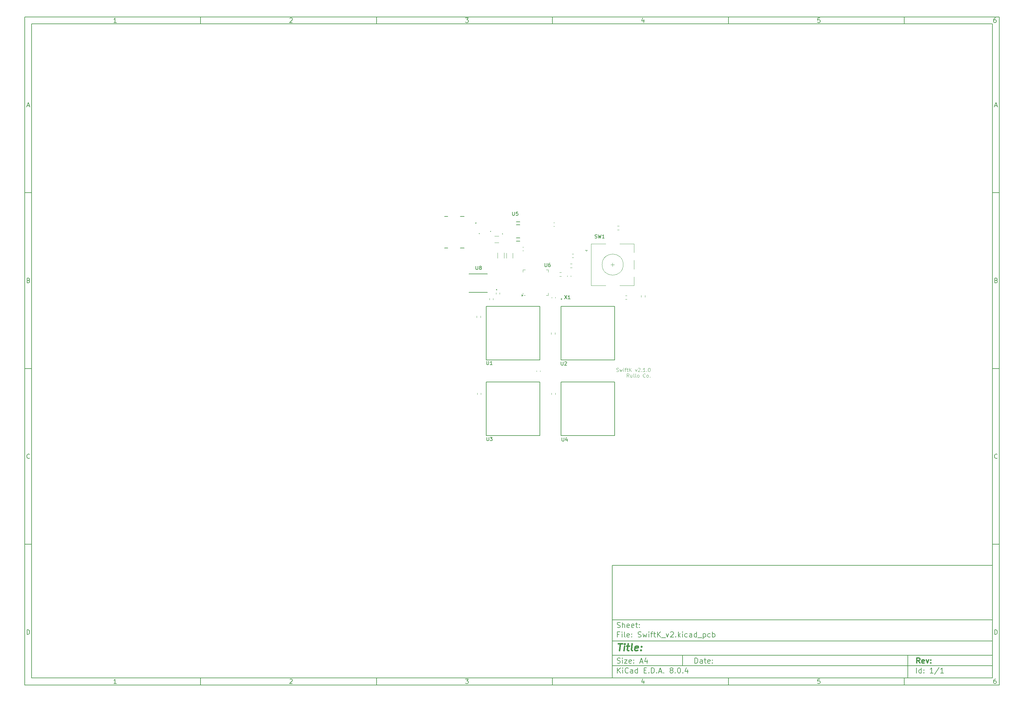
<source format=gbr>
%TF.GenerationSoftware,KiCad,Pcbnew,8.0.4*%
%TF.CreationDate,2024-11-11T17:23:57+08:00*%
%TF.ProjectId,SwiftK_v2,53776966-744b-45f7-9632-2e6b69636164,rev?*%
%TF.SameCoordinates,Original*%
%TF.FileFunction,Legend,Top*%
%TF.FilePolarity,Positive*%
%FSLAX46Y46*%
G04 Gerber Fmt 4.6, Leading zero omitted, Abs format (unit mm)*
G04 Created by KiCad (PCBNEW 8.0.4) date 2024-11-11 17:23:57*
%MOMM*%
%LPD*%
G01*
G04 APERTURE LIST*
%ADD10C,0.100000*%
%ADD11C,0.150000*%
%ADD12C,0.300000*%
%ADD13C,0.400000*%
%ADD14C,0.120000*%
%ADD15C,0.127000*%
%ADD16C,0.152400*%
%ADD17C,0.200000*%
G04 APERTURE END LIST*
D10*
D11*
X177002200Y-166007200D02*
X285002200Y-166007200D01*
X285002200Y-198007200D01*
X177002200Y-198007200D01*
X177002200Y-166007200D01*
D10*
D11*
X10000000Y-10000000D02*
X287002200Y-10000000D01*
X287002200Y-200007200D01*
X10000000Y-200007200D01*
X10000000Y-10000000D01*
D10*
D11*
X12000000Y-12000000D02*
X285002200Y-12000000D01*
X285002200Y-198007200D01*
X12000000Y-198007200D01*
X12000000Y-12000000D01*
D10*
D11*
X60000000Y-12000000D02*
X60000000Y-10000000D01*
D10*
D11*
X110000000Y-12000000D02*
X110000000Y-10000000D01*
D10*
D11*
X160000000Y-12000000D02*
X160000000Y-10000000D01*
D10*
D11*
X210000000Y-12000000D02*
X210000000Y-10000000D01*
D10*
D11*
X260000000Y-12000000D02*
X260000000Y-10000000D01*
D10*
D11*
X36089160Y-11593604D02*
X35346303Y-11593604D01*
X35717731Y-11593604D02*
X35717731Y-10293604D01*
X35717731Y-10293604D02*
X35593922Y-10479319D01*
X35593922Y-10479319D02*
X35470112Y-10603128D01*
X35470112Y-10603128D02*
X35346303Y-10665033D01*
D10*
D11*
X85346303Y-10417414D02*
X85408207Y-10355509D01*
X85408207Y-10355509D02*
X85532017Y-10293604D01*
X85532017Y-10293604D02*
X85841541Y-10293604D01*
X85841541Y-10293604D02*
X85965350Y-10355509D01*
X85965350Y-10355509D02*
X86027255Y-10417414D01*
X86027255Y-10417414D02*
X86089160Y-10541223D01*
X86089160Y-10541223D02*
X86089160Y-10665033D01*
X86089160Y-10665033D02*
X86027255Y-10850747D01*
X86027255Y-10850747D02*
X85284398Y-11593604D01*
X85284398Y-11593604D02*
X86089160Y-11593604D01*
D10*
D11*
X135284398Y-10293604D02*
X136089160Y-10293604D01*
X136089160Y-10293604D02*
X135655826Y-10788842D01*
X135655826Y-10788842D02*
X135841541Y-10788842D01*
X135841541Y-10788842D02*
X135965350Y-10850747D01*
X135965350Y-10850747D02*
X136027255Y-10912652D01*
X136027255Y-10912652D02*
X136089160Y-11036461D01*
X136089160Y-11036461D02*
X136089160Y-11345985D01*
X136089160Y-11345985D02*
X136027255Y-11469795D01*
X136027255Y-11469795D02*
X135965350Y-11531700D01*
X135965350Y-11531700D02*
X135841541Y-11593604D01*
X135841541Y-11593604D02*
X135470112Y-11593604D01*
X135470112Y-11593604D02*
X135346303Y-11531700D01*
X135346303Y-11531700D02*
X135284398Y-11469795D01*
D10*
D11*
X185965350Y-10726938D02*
X185965350Y-11593604D01*
X185655826Y-10231700D02*
X185346303Y-11160271D01*
X185346303Y-11160271D02*
X186151064Y-11160271D01*
D10*
D11*
X236027255Y-10293604D02*
X235408207Y-10293604D01*
X235408207Y-10293604D02*
X235346303Y-10912652D01*
X235346303Y-10912652D02*
X235408207Y-10850747D01*
X235408207Y-10850747D02*
X235532017Y-10788842D01*
X235532017Y-10788842D02*
X235841541Y-10788842D01*
X235841541Y-10788842D02*
X235965350Y-10850747D01*
X235965350Y-10850747D02*
X236027255Y-10912652D01*
X236027255Y-10912652D02*
X236089160Y-11036461D01*
X236089160Y-11036461D02*
X236089160Y-11345985D01*
X236089160Y-11345985D02*
X236027255Y-11469795D01*
X236027255Y-11469795D02*
X235965350Y-11531700D01*
X235965350Y-11531700D02*
X235841541Y-11593604D01*
X235841541Y-11593604D02*
X235532017Y-11593604D01*
X235532017Y-11593604D02*
X235408207Y-11531700D01*
X235408207Y-11531700D02*
X235346303Y-11469795D01*
D10*
D11*
X285965350Y-10293604D02*
X285717731Y-10293604D01*
X285717731Y-10293604D02*
X285593922Y-10355509D01*
X285593922Y-10355509D02*
X285532017Y-10417414D01*
X285532017Y-10417414D02*
X285408207Y-10603128D01*
X285408207Y-10603128D02*
X285346303Y-10850747D01*
X285346303Y-10850747D02*
X285346303Y-11345985D01*
X285346303Y-11345985D02*
X285408207Y-11469795D01*
X285408207Y-11469795D02*
X285470112Y-11531700D01*
X285470112Y-11531700D02*
X285593922Y-11593604D01*
X285593922Y-11593604D02*
X285841541Y-11593604D01*
X285841541Y-11593604D02*
X285965350Y-11531700D01*
X285965350Y-11531700D02*
X286027255Y-11469795D01*
X286027255Y-11469795D02*
X286089160Y-11345985D01*
X286089160Y-11345985D02*
X286089160Y-11036461D01*
X286089160Y-11036461D02*
X286027255Y-10912652D01*
X286027255Y-10912652D02*
X285965350Y-10850747D01*
X285965350Y-10850747D02*
X285841541Y-10788842D01*
X285841541Y-10788842D02*
X285593922Y-10788842D01*
X285593922Y-10788842D02*
X285470112Y-10850747D01*
X285470112Y-10850747D02*
X285408207Y-10912652D01*
X285408207Y-10912652D02*
X285346303Y-11036461D01*
D10*
D11*
X60000000Y-198007200D02*
X60000000Y-200007200D01*
D10*
D11*
X110000000Y-198007200D02*
X110000000Y-200007200D01*
D10*
D11*
X160000000Y-198007200D02*
X160000000Y-200007200D01*
D10*
D11*
X210000000Y-198007200D02*
X210000000Y-200007200D01*
D10*
D11*
X260000000Y-198007200D02*
X260000000Y-200007200D01*
D10*
D11*
X36089160Y-199600804D02*
X35346303Y-199600804D01*
X35717731Y-199600804D02*
X35717731Y-198300804D01*
X35717731Y-198300804D02*
X35593922Y-198486519D01*
X35593922Y-198486519D02*
X35470112Y-198610328D01*
X35470112Y-198610328D02*
X35346303Y-198672233D01*
D10*
D11*
X85346303Y-198424614D02*
X85408207Y-198362709D01*
X85408207Y-198362709D02*
X85532017Y-198300804D01*
X85532017Y-198300804D02*
X85841541Y-198300804D01*
X85841541Y-198300804D02*
X85965350Y-198362709D01*
X85965350Y-198362709D02*
X86027255Y-198424614D01*
X86027255Y-198424614D02*
X86089160Y-198548423D01*
X86089160Y-198548423D02*
X86089160Y-198672233D01*
X86089160Y-198672233D02*
X86027255Y-198857947D01*
X86027255Y-198857947D02*
X85284398Y-199600804D01*
X85284398Y-199600804D02*
X86089160Y-199600804D01*
D10*
D11*
X135284398Y-198300804D02*
X136089160Y-198300804D01*
X136089160Y-198300804D02*
X135655826Y-198796042D01*
X135655826Y-198796042D02*
X135841541Y-198796042D01*
X135841541Y-198796042D02*
X135965350Y-198857947D01*
X135965350Y-198857947D02*
X136027255Y-198919852D01*
X136027255Y-198919852D02*
X136089160Y-199043661D01*
X136089160Y-199043661D02*
X136089160Y-199353185D01*
X136089160Y-199353185D02*
X136027255Y-199476995D01*
X136027255Y-199476995D02*
X135965350Y-199538900D01*
X135965350Y-199538900D02*
X135841541Y-199600804D01*
X135841541Y-199600804D02*
X135470112Y-199600804D01*
X135470112Y-199600804D02*
X135346303Y-199538900D01*
X135346303Y-199538900D02*
X135284398Y-199476995D01*
D10*
D11*
X185965350Y-198734138D02*
X185965350Y-199600804D01*
X185655826Y-198238900D02*
X185346303Y-199167471D01*
X185346303Y-199167471D02*
X186151064Y-199167471D01*
D10*
D11*
X236027255Y-198300804D02*
X235408207Y-198300804D01*
X235408207Y-198300804D02*
X235346303Y-198919852D01*
X235346303Y-198919852D02*
X235408207Y-198857947D01*
X235408207Y-198857947D02*
X235532017Y-198796042D01*
X235532017Y-198796042D02*
X235841541Y-198796042D01*
X235841541Y-198796042D02*
X235965350Y-198857947D01*
X235965350Y-198857947D02*
X236027255Y-198919852D01*
X236027255Y-198919852D02*
X236089160Y-199043661D01*
X236089160Y-199043661D02*
X236089160Y-199353185D01*
X236089160Y-199353185D02*
X236027255Y-199476995D01*
X236027255Y-199476995D02*
X235965350Y-199538900D01*
X235965350Y-199538900D02*
X235841541Y-199600804D01*
X235841541Y-199600804D02*
X235532017Y-199600804D01*
X235532017Y-199600804D02*
X235408207Y-199538900D01*
X235408207Y-199538900D02*
X235346303Y-199476995D01*
D10*
D11*
X285965350Y-198300804D02*
X285717731Y-198300804D01*
X285717731Y-198300804D02*
X285593922Y-198362709D01*
X285593922Y-198362709D02*
X285532017Y-198424614D01*
X285532017Y-198424614D02*
X285408207Y-198610328D01*
X285408207Y-198610328D02*
X285346303Y-198857947D01*
X285346303Y-198857947D02*
X285346303Y-199353185D01*
X285346303Y-199353185D02*
X285408207Y-199476995D01*
X285408207Y-199476995D02*
X285470112Y-199538900D01*
X285470112Y-199538900D02*
X285593922Y-199600804D01*
X285593922Y-199600804D02*
X285841541Y-199600804D01*
X285841541Y-199600804D02*
X285965350Y-199538900D01*
X285965350Y-199538900D02*
X286027255Y-199476995D01*
X286027255Y-199476995D02*
X286089160Y-199353185D01*
X286089160Y-199353185D02*
X286089160Y-199043661D01*
X286089160Y-199043661D02*
X286027255Y-198919852D01*
X286027255Y-198919852D02*
X285965350Y-198857947D01*
X285965350Y-198857947D02*
X285841541Y-198796042D01*
X285841541Y-198796042D02*
X285593922Y-198796042D01*
X285593922Y-198796042D02*
X285470112Y-198857947D01*
X285470112Y-198857947D02*
X285408207Y-198919852D01*
X285408207Y-198919852D02*
X285346303Y-199043661D01*
D10*
D11*
X10000000Y-60000000D02*
X12000000Y-60000000D01*
D10*
D11*
X10000000Y-110000000D02*
X12000000Y-110000000D01*
D10*
D11*
X10000000Y-160000000D02*
X12000000Y-160000000D01*
D10*
D11*
X10690476Y-35222176D02*
X11309523Y-35222176D01*
X10566666Y-35593604D02*
X10999999Y-34293604D01*
X10999999Y-34293604D02*
X11433333Y-35593604D01*
D10*
D11*
X11092857Y-84912652D02*
X11278571Y-84974557D01*
X11278571Y-84974557D02*
X11340476Y-85036461D01*
X11340476Y-85036461D02*
X11402380Y-85160271D01*
X11402380Y-85160271D02*
X11402380Y-85345985D01*
X11402380Y-85345985D02*
X11340476Y-85469795D01*
X11340476Y-85469795D02*
X11278571Y-85531700D01*
X11278571Y-85531700D02*
X11154761Y-85593604D01*
X11154761Y-85593604D02*
X10659523Y-85593604D01*
X10659523Y-85593604D02*
X10659523Y-84293604D01*
X10659523Y-84293604D02*
X11092857Y-84293604D01*
X11092857Y-84293604D02*
X11216666Y-84355509D01*
X11216666Y-84355509D02*
X11278571Y-84417414D01*
X11278571Y-84417414D02*
X11340476Y-84541223D01*
X11340476Y-84541223D02*
X11340476Y-84665033D01*
X11340476Y-84665033D02*
X11278571Y-84788842D01*
X11278571Y-84788842D02*
X11216666Y-84850747D01*
X11216666Y-84850747D02*
X11092857Y-84912652D01*
X11092857Y-84912652D02*
X10659523Y-84912652D01*
D10*
D11*
X11402380Y-135469795D02*
X11340476Y-135531700D01*
X11340476Y-135531700D02*
X11154761Y-135593604D01*
X11154761Y-135593604D02*
X11030952Y-135593604D01*
X11030952Y-135593604D02*
X10845238Y-135531700D01*
X10845238Y-135531700D02*
X10721428Y-135407890D01*
X10721428Y-135407890D02*
X10659523Y-135284080D01*
X10659523Y-135284080D02*
X10597619Y-135036461D01*
X10597619Y-135036461D02*
X10597619Y-134850747D01*
X10597619Y-134850747D02*
X10659523Y-134603128D01*
X10659523Y-134603128D02*
X10721428Y-134479319D01*
X10721428Y-134479319D02*
X10845238Y-134355509D01*
X10845238Y-134355509D02*
X11030952Y-134293604D01*
X11030952Y-134293604D02*
X11154761Y-134293604D01*
X11154761Y-134293604D02*
X11340476Y-134355509D01*
X11340476Y-134355509D02*
X11402380Y-134417414D01*
D10*
D11*
X10659523Y-185593604D02*
X10659523Y-184293604D01*
X10659523Y-184293604D02*
X10969047Y-184293604D01*
X10969047Y-184293604D02*
X11154761Y-184355509D01*
X11154761Y-184355509D02*
X11278571Y-184479319D01*
X11278571Y-184479319D02*
X11340476Y-184603128D01*
X11340476Y-184603128D02*
X11402380Y-184850747D01*
X11402380Y-184850747D02*
X11402380Y-185036461D01*
X11402380Y-185036461D02*
X11340476Y-185284080D01*
X11340476Y-185284080D02*
X11278571Y-185407890D01*
X11278571Y-185407890D02*
X11154761Y-185531700D01*
X11154761Y-185531700D02*
X10969047Y-185593604D01*
X10969047Y-185593604D02*
X10659523Y-185593604D01*
D10*
D11*
X287002200Y-60000000D02*
X285002200Y-60000000D01*
D10*
D11*
X287002200Y-110000000D02*
X285002200Y-110000000D01*
D10*
D11*
X287002200Y-160000000D02*
X285002200Y-160000000D01*
D10*
D11*
X285692676Y-35222176D02*
X286311723Y-35222176D01*
X285568866Y-35593604D02*
X286002199Y-34293604D01*
X286002199Y-34293604D02*
X286435533Y-35593604D01*
D10*
D11*
X286095057Y-84912652D02*
X286280771Y-84974557D01*
X286280771Y-84974557D02*
X286342676Y-85036461D01*
X286342676Y-85036461D02*
X286404580Y-85160271D01*
X286404580Y-85160271D02*
X286404580Y-85345985D01*
X286404580Y-85345985D02*
X286342676Y-85469795D01*
X286342676Y-85469795D02*
X286280771Y-85531700D01*
X286280771Y-85531700D02*
X286156961Y-85593604D01*
X286156961Y-85593604D02*
X285661723Y-85593604D01*
X285661723Y-85593604D02*
X285661723Y-84293604D01*
X285661723Y-84293604D02*
X286095057Y-84293604D01*
X286095057Y-84293604D02*
X286218866Y-84355509D01*
X286218866Y-84355509D02*
X286280771Y-84417414D01*
X286280771Y-84417414D02*
X286342676Y-84541223D01*
X286342676Y-84541223D02*
X286342676Y-84665033D01*
X286342676Y-84665033D02*
X286280771Y-84788842D01*
X286280771Y-84788842D02*
X286218866Y-84850747D01*
X286218866Y-84850747D02*
X286095057Y-84912652D01*
X286095057Y-84912652D02*
X285661723Y-84912652D01*
D10*
D11*
X286404580Y-135469795D02*
X286342676Y-135531700D01*
X286342676Y-135531700D02*
X286156961Y-135593604D01*
X286156961Y-135593604D02*
X286033152Y-135593604D01*
X286033152Y-135593604D02*
X285847438Y-135531700D01*
X285847438Y-135531700D02*
X285723628Y-135407890D01*
X285723628Y-135407890D02*
X285661723Y-135284080D01*
X285661723Y-135284080D02*
X285599819Y-135036461D01*
X285599819Y-135036461D02*
X285599819Y-134850747D01*
X285599819Y-134850747D02*
X285661723Y-134603128D01*
X285661723Y-134603128D02*
X285723628Y-134479319D01*
X285723628Y-134479319D02*
X285847438Y-134355509D01*
X285847438Y-134355509D02*
X286033152Y-134293604D01*
X286033152Y-134293604D02*
X286156961Y-134293604D01*
X286156961Y-134293604D02*
X286342676Y-134355509D01*
X286342676Y-134355509D02*
X286404580Y-134417414D01*
D10*
D11*
X285661723Y-185593604D02*
X285661723Y-184293604D01*
X285661723Y-184293604D02*
X285971247Y-184293604D01*
X285971247Y-184293604D02*
X286156961Y-184355509D01*
X286156961Y-184355509D02*
X286280771Y-184479319D01*
X286280771Y-184479319D02*
X286342676Y-184603128D01*
X286342676Y-184603128D02*
X286404580Y-184850747D01*
X286404580Y-184850747D02*
X286404580Y-185036461D01*
X286404580Y-185036461D02*
X286342676Y-185284080D01*
X286342676Y-185284080D02*
X286280771Y-185407890D01*
X286280771Y-185407890D02*
X286156961Y-185531700D01*
X286156961Y-185531700D02*
X285971247Y-185593604D01*
X285971247Y-185593604D02*
X285661723Y-185593604D01*
D10*
D11*
X200458026Y-193793328D02*
X200458026Y-192293328D01*
X200458026Y-192293328D02*
X200815169Y-192293328D01*
X200815169Y-192293328D02*
X201029455Y-192364757D01*
X201029455Y-192364757D02*
X201172312Y-192507614D01*
X201172312Y-192507614D02*
X201243741Y-192650471D01*
X201243741Y-192650471D02*
X201315169Y-192936185D01*
X201315169Y-192936185D02*
X201315169Y-193150471D01*
X201315169Y-193150471D02*
X201243741Y-193436185D01*
X201243741Y-193436185D02*
X201172312Y-193579042D01*
X201172312Y-193579042D02*
X201029455Y-193721900D01*
X201029455Y-193721900D02*
X200815169Y-193793328D01*
X200815169Y-193793328D02*
X200458026Y-193793328D01*
X202600884Y-193793328D02*
X202600884Y-193007614D01*
X202600884Y-193007614D02*
X202529455Y-192864757D01*
X202529455Y-192864757D02*
X202386598Y-192793328D01*
X202386598Y-192793328D02*
X202100884Y-192793328D01*
X202100884Y-192793328D02*
X201958026Y-192864757D01*
X202600884Y-193721900D02*
X202458026Y-193793328D01*
X202458026Y-193793328D02*
X202100884Y-193793328D01*
X202100884Y-193793328D02*
X201958026Y-193721900D01*
X201958026Y-193721900D02*
X201886598Y-193579042D01*
X201886598Y-193579042D02*
X201886598Y-193436185D01*
X201886598Y-193436185D02*
X201958026Y-193293328D01*
X201958026Y-193293328D02*
X202100884Y-193221900D01*
X202100884Y-193221900D02*
X202458026Y-193221900D01*
X202458026Y-193221900D02*
X202600884Y-193150471D01*
X203100884Y-192793328D02*
X203672312Y-192793328D01*
X203315169Y-192293328D02*
X203315169Y-193579042D01*
X203315169Y-193579042D02*
X203386598Y-193721900D01*
X203386598Y-193721900D02*
X203529455Y-193793328D01*
X203529455Y-193793328D02*
X203672312Y-193793328D01*
X204743741Y-193721900D02*
X204600884Y-193793328D01*
X204600884Y-193793328D02*
X204315170Y-193793328D01*
X204315170Y-193793328D02*
X204172312Y-193721900D01*
X204172312Y-193721900D02*
X204100884Y-193579042D01*
X204100884Y-193579042D02*
X204100884Y-193007614D01*
X204100884Y-193007614D02*
X204172312Y-192864757D01*
X204172312Y-192864757D02*
X204315170Y-192793328D01*
X204315170Y-192793328D02*
X204600884Y-192793328D01*
X204600884Y-192793328D02*
X204743741Y-192864757D01*
X204743741Y-192864757D02*
X204815170Y-193007614D01*
X204815170Y-193007614D02*
X204815170Y-193150471D01*
X204815170Y-193150471D02*
X204100884Y-193293328D01*
X205458026Y-193650471D02*
X205529455Y-193721900D01*
X205529455Y-193721900D02*
X205458026Y-193793328D01*
X205458026Y-193793328D02*
X205386598Y-193721900D01*
X205386598Y-193721900D02*
X205458026Y-193650471D01*
X205458026Y-193650471D02*
X205458026Y-193793328D01*
X205458026Y-192864757D02*
X205529455Y-192936185D01*
X205529455Y-192936185D02*
X205458026Y-193007614D01*
X205458026Y-193007614D02*
X205386598Y-192936185D01*
X205386598Y-192936185D02*
X205458026Y-192864757D01*
X205458026Y-192864757D02*
X205458026Y-193007614D01*
D10*
D11*
X177002200Y-194507200D02*
X285002200Y-194507200D01*
D10*
D11*
X178458026Y-196593328D02*
X178458026Y-195093328D01*
X179315169Y-196593328D02*
X178672312Y-195736185D01*
X179315169Y-195093328D02*
X178458026Y-195950471D01*
X179958026Y-196593328D02*
X179958026Y-195593328D01*
X179958026Y-195093328D02*
X179886598Y-195164757D01*
X179886598Y-195164757D02*
X179958026Y-195236185D01*
X179958026Y-195236185D02*
X180029455Y-195164757D01*
X180029455Y-195164757D02*
X179958026Y-195093328D01*
X179958026Y-195093328D02*
X179958026Y-195236185D01*
X181529455Y-196450471D02*
X181458027Y-196521900D01*
X181458027Y-196521900D02*
X181243741Y-196593328D01*
X181243741Y-196593328D02*
X181100884Y-196593328D01*
X181100884Y-196593328D02*
X180886598Y-196521900D01*
X180886598Y-196521900D02*
X180743741Y-196379042D01*
X180743741Y-196379042D02*
X180672312Y-196236185D01*
X180672312Y-196236185D02*
X180600884Y-195950471D01*
X180600884Y-195950471D02*
X180600884Y-195736185D01*
X180600884Y-195736185D02*
X180672312Y-195450471D01*
X180672312Y-195450471D02*
X180743741Y-195307614D01*
X180743741Y-195307614D02*
X180886598Y-195164757D01*
X180886598Y-195164757D02*
X181100884Y-195093328D01*
X181100884Y-195093328D02*
X181243741Y-195093328D01*
X181243741Y-195093328D02*
X181458027Y-195164757D01*
X181458027Y-195164757D02*
X181529455Y-195236185D01*
X182815170Y-196593328D02*
X182815170Y-195807614D01*
X182815170Y-195807614D02*
X182743741Y-195664757D01*
X182743741Y-195664757D02*
X182600884Y-195593328D01*
X182600884Y-195593328D02*
X182315170Y-195593328D01*
X182315170Y-195593328D02*
X182172312Y-195664757D01*
X182815170Y-196521900D02*
X182672312Y-196593328D01*
X182672312Y-196593328D02*
X182315170Y-196593328D01*
X182315170Y-196593328D02*
X182172312Y-196521900D01*
X182172312Y-196521900D02*
X182100884Y-196379042D01*
X182100884Y-196379042D02*
X182100884Y-196236185D01*
X182100884Y-196236185D02*
X182172312Y-196093328D01*
X182172312Y-196093328D02*
X182315170Y-196021900D01*
X182315170Y-196021900D02*
X182672312Y-196021900D01*
X182672312Y-196021900D02*
X182815170Y-195950471D01*
X184172313Y-196593328D02*
X184172313Y-195093328D01*
X184172313Y-196521900D02*
X184029455Y-196593328D01*
X184029455Y-196593328D02*
X183743741Y-196593328D01*
X183743741Y-196593328D02*
X183600884Y-196521900D01*
X183600884Y-196521900D02*
X183529455Y-196450471D01*
X183529455Y-196450471D02*
X183458027Y-196307614D01*
X183458027Y-196307614D02*
X183458027Y-195879042D01*
X183458027Y-195879042D02*
X183529455Y-195736185D01*
X183529455Y-195736185D02*
X183600884Y-195664757D01*
X183600884Y-195664757D02*
X183743741Y-195593328D01*
X183743741Y-195593328D02*
X184029455Y-195593328D01*
X184029455Y-195593328D02*
X184172313Y-195664757D01*
X186029455Y-195807614D02*
X186529455Y-195807614D01*
X186743741Y-196593328D02*
X186029455Y-196593328D01*
X186029455Y-196593328D02*
X186029455Y-195093328D01*
X186029455Y-195093328D02*
X186743741Y-195093328D01*
X187386598Y-196450471D02*
X187458027Y-196521900D01*
X187458027Y-196521900D02*
X187386598Y-196593328D01*
X187386598Y-196593328D02*
X187315170Y-196521900D01*
X187315170Y-196521900D02*
X187386598Y-196450471D01*
X187386598Y-196450471D02*
X187386598Y-196593328D01*
X188100884Y-196593328D02*
X188100884Y-195093328D01*
X188100884Y-195093328D02*
X188458027Y-195093328D01*
X188458027Y-195093328D02*
X188672313Y-195164757D01*
X188672313Y-195164757D02*
X188815170Y-195307614D01*
X188815170Y-195307614D02*
X188886599Y-195450471D01*
X188886599Y-195450471D02*
X188958027Y-195736185D01*
X188958027Y-195736185D02*
X188958027Y-195950471D01*
X188958027Y-195950471D02*
X188886599Y-196236185D01*
X188886599Y-196236185D02*
X188815170Y-196379042D01*
X188815170Y-196379042D02*
X188672313Y-196521900D01*
X188672313Y-196521900D02*
X188458027Y-196593328D01*
X188458027Y-196593328D02*
X188100884Y-196593328D01*
X189600884Y-196450471D02*
X189672313Y-196521900D01*
X189672313Y-196521900D02*
X189600884Y-196593328D01*
X189600884Y-196593328D02*
X189529456Y-196521900D01*
X189529456Y-196521900D02*
X189600884Y-196450471D01*
X189600884Y-196450471D02*
X189600884Y-196593328D01*
X190243742Y-196164757D02*
X190958028Y-196164757D01*
X190100885Y-196593328D02*
X190600885Y-195093328D01*
X190600885Y-195093328D02*
X191100885Y-196593328D01*
X191600884Y-196450471D02*
X191672313Y-196521900D01*
X191672313Y-196521900D02*
X191600884Y-196593328D01*
X191600884Y-196593328D02*
X191529456Y-196521900D01*
X191529456Y-196521900D02*
X191600884Y-196450471D01*
X191600884Y-196450471D02*
X191600884Y-196593328D01*
X193672313Y-195736185D02*
X193529456Y-195664757D01*
X193529456Y-195664757D02*
X193458027Y-195593328D01*
X193458027Y-195593328D02*
X193386599Y-195450471D01*
X193386599Y-195450471D02*
X193386599Y-195379042D01*
X193386599Y-195379042D02*
X193458027Y-195236185D01*
X193458027Y-195236185D02*
X193529456Y-195164757D01*
X193529456Y-195164757D02*
X193672313Y-195093328D01*
X193672313Y-195093328D02*
X193958027Y-195093328D01*
X193958027Y-195093328D02*
X194100885Y-195164757D01*
X194100885Y-195164757D02*
X194172313Y-195236185D01*
X194172313Y-195236185D02*
X194243742Y-195379042D01*
X194243742Y-195379042D02*
X194243742Y-195450471D01*
X194243742Y-195450471D02*
X194172313Y-195593328D01*
X194172313Y-195593328D02*
X194100885Y-195664757D01*
X194100885Y-195664757D02*
X193958027Y-195736185D01*
X193958027Y-195736185D02*
X193672313Y-195736185D01*
X193672313Y-195736185D02*
X193529456Y-195807614D01*
X193529456Y-195807614D02*
X193458027Y-195879042D01*
X193458027Y-195879042D02*
X193386599Y-196021900D01*
X193386599Y-196021900D02*
X193386599Y-196307614D01*
X193386599Y-196307614D02*
X193458027Y-196450471D01*
X193458027Y-196450471D02*
X193529456Y-196521900D01*
X193529456Y-196521900D02*
X193672313Y-196593328D01*
X193672313Y-196593328D02*
X193958027Y-196593328D01*
X193958027Y-196593328D02*
X194100885Y-196521900D01*
X194100885Y-196521900D02*
X194172313Y-196450471D01*
X194172313Y-196450471D02*
X194243742Y-196307614D01*
X194243742Y-196307614D02*
X194243742Y-196021900D01*
X194243742Y-196021900D02*
X194172313Y-195879042D01*
X194172313Y-195879042D02*
X194100885Y-195807614D01*
X194100885Y-195807614D02*
X193958027Y-195736185D01*
X194886598Y-196450471D02*
X194958027Y-196521900D01*
X194958027Y-196521900D02*
X194886598Y-196593328D01*
X194886598Y-196593328D02*
X194815170Y-196521900D01*
X194815170Y-196521900D02*
X194886598Y-196450471D01*
X194886598Y-196450471D02*
X194886598Y-196593328D01*
X195886599Y-195093328D02*
X196029456Y-195093328D01*
X196029456Y-195093328D02*
X196172313Y-195164757D01*
X196172313Y-195164757D02*
X196243742Y-195236185D01*
X196243742Y-195236185D02*
X196315170Y-195379042D01*
X196315170Y-195379042D02*
X196386599Y-195664757D01*
X196386599Y-195664757D02*
X196386599Y-196021900D01*
X196386599Y-196021900D02*
X196315170Y-196307614D01*
X196315170Y-196307614D02*
X196243742Y-196450471D01*
X196243742Y-196450471D02*
X196172313Y-196521900D01*
X196172313Y-196521900D02*
X196029456Y-196593328D01*
X196029456Y-196593328D02*
X195886599Y-196593328D01*
X195886599Y-196593328D02*
X195743742Y-196521900D01*
X195743742Y-196521900D02*
X195672313Y-196450471D01*
X195672313Y-196450471D02*
X195600884Y-196307614D01*
X195600884Y-196307614D02*
X195529456Y-196021900D01*
X195529456Y-196021900D02*
X195529456Y-195664757D01*
X195529456Y-195664757D02*
X195600884Y-195379042D01*
X195600884Y-195379042D02*
X195672313Y-195236185D01*
X195672313Y-195236185D02*
X195743742Y-195164757D01*
X195743742Y-195164757D02*
X195886599Y-195093328D01*
X197029455Y-196450471D02*
X197100884Y-196521900D01*
X197100884Y-196521900D02*
X197029455Y-196593328D01*
X197029455Y-196593328D02*
X196958027Y-196521900D01*
X196958027Y-196521900D02*
X197029455Y-196450471D01*
X197029455Y-196450471D02*
X197029455Y-196593328D01*
X198386599Y-195593328D02*
X198386599Y-196593328D01*
X198029456Y-195021900D02*
X197672313Y-196093328D01*
X197672313Y-196093328D02*
X198600884Y-196093328D01*
D10*
D11*
X177002200Y-191507200D02*
X285002200Y-191507200D01*
D10*
D12*
X264413853Y-193785528D02*
X263913853Y-193071242D01*
X263556710Y-193785528D02*
X263556710Y-192285528D01*
X263556710Y-192285528D02*
X264128139Y-192285528D01*
X264128139Y-192285528D02*
X264270996Y-192356957D01*
X264270996Y-192356957D02*
X264342425Y-192428385D01*
X264342425Y-192428385D02*
X264413853Y-192571242D01*
X264413853Y-192571242D02*
X264413853Y-192785528D01*
X264413853Y-192785528D02*
X264342425Y-192928385D01*
X264342425Y-192928385D02*
X264270996Y-192999814D01*
X264270996Y-192999814D02*
X264128139Y-193071242D01*
X264128139Y-193071242D02*
X263556710Y-193071242D01*
X265628139Y-193714100D02*
X265485282Y-193785528D01*
X265485282Y-193785528D02*
X265199568Y-193785528D01*
X265199568Y-193785528D02*
X265056710Y-193714100D01*
X265056710Y-193714100D02*
X264985282Y-193571242D01*
X264985282Y-193571242D02*
X264985282Y-192999814D01*
X264985282Y-192999814D02*
X265056710Y-192856957D01*
X265056710Y-192856957D02*
X265199568Y-192785528D01*
X265199568Y-192785528D02*
X265485282Y-192785528D01*
X265485282Y-192785528D02*
X265628139Y-192856957D01*
X265628139Y-192856957D02*
X265699568Y-192999814D01*
X265699568Y-192999814D02*
X265699568Y-193142671D01*
X265699568Y-193142671D02*
X264985282Y-193285528D01*
X266199567Y-192785528D02*
X266556710Y-193785528D01*
X266556710Y-193785528D02*
X266913853Y-192785528D01*
X267485281Y-193642671D02*
X267556710Y-193714100D01*
X267556710Y-193714100D02*
X267485281Y-193785528D01*
X267485281Y-193785528D02*
X267413853Y-193714100D01*
X267413853Y-193714100D02*
X267485281Y-193642671D01*
X267485281Y-193642671D02*
X267485281Y-193785528D01*
X267485281Y-192856957D02*
X267556710Y-192928385D01*
X267556710Y-192928385D02*
X267485281Y-192999814D01*
X267485281Y-192999814D02*
X267413853Y-192928385D01*
X267413853Y-192928385D02*
X267485281Y-192856957D01*
X267485281Y-192856957D02*
X267485281Y-192999814D01*
D10*
D11*
X178386598Y-193721900D02*
X178600884Y-193793328D01*
X178600884Y-193793328D02*
X178958026Y-193793328D01*
X178958026Y-193793328D02*
X179100884Y-193721900D01*
X179100884Y-193721900D02*
X179172312Y-193650471D01*
X179172312Y-193650471D02*
X179243741Y-193507614D01*
X179243741Y-193507614D02*
X179243741Y-193364757D01*
X179243741Y-193364757D02*
X179172312Y-193221900D01*
X179172312Y-193221900D02*
X179100884Y-193150471D01*
X179100884Y-193150471D02*
X178958026Y-193079042D01*
X178958026Y-193079042D02*
X178672312Y-193007614D01*
X178672312Y-193007614D02*
X178529455Y-192936185D01*
X178529455Y-192936185D02*
X178458026Y-192864757D01*
X178458026Y-192864757D02*
X178386598Y-192721900D01*
X178386598Y-192721900D02*
X178386598Y-192579042D01*
X178386598Y-192579042D02*
X178458026Y-192436185D01*
X178458026Y-192436185D02*
X178529455Y-192364757D01*
X178529455Y-192364757D02*
X178672312Y-192293328D01*
X178672312Y-192293328D02*
X179029455Y-192293328D01*
X179029455Y-192293328D02*
X179243741Y-192364757D01*
X179886597Y-193793328D02*
X179886597Y-192793328D01*
X179886597Y-192293328D02*
X179815169Y-192364757D01*
X179815169Y-192364757D02*
X179886597Y-192436185D01*
X179886597Y-192436185D02*
X179958026Y-192364757D01*
X179958026Y-192364757D02*
X179886597Y-192293328D01*
X179886597Y-192293328D02*
X179886597Y-192436185D01*
X180458026Y-192793328D02*
X181243741Y-192793328D01*
X181243741Y-192793328D02*
X180458026Y-193793328D01*
X180458026Y-193793328D02*
X181243741Y-193793328D01*
X182386598Y-193721900D02*
X182243741Y-193793328D01*
X182243741Y-193793328D02*
X181958027Y-193793328D01*
X181958027Y-193793328D02*
X181815169Y-193721900D01*
X181815169Y-193721900D02*
X181743741Y-193579042D01*
X181743741Y-193579042D02*
X181743741Y-193007614D01*
X181743741Y-193007614D02*
X181815169Y-192864757D01*
X181815169Y-192864757D02*
X181958027Y-192793328D01*
X181958027Y-192793328D02*
X182243741Y-192793328D01*
X182243741Y-192793328D02*
X182386598Y-192864757D01*
X182386598Y-192864757D02*
X182458027Y-193007614D01*
X182458027Y-193007614D02*
X182458027Y-193150471D01*
X182458027Y-193150471D02*
X181743741Y-193293328D01*
X183100883Y-193650471D02*
X183172312Y-193721900D01*
X183172312Y-193721900D02*
X183100883Y-193793328D01*
X183100883Y-193793328D02*
X183029455Y-193721900D01*
X183029455Y-193721900D02*
X183100883Y-193650471D01*
X183100883Y-193650471D02*
X183100883Y-193793328D01*
X183100883Y-192864757D02*
X183172312Y-192936185D01*
X183172312Y-192936185D02*
X183100883Y-193007614D01*
X183100883Y-193007614D02*
X183029455Y-192936185D01*
X183029455Y-192936185D02*
X183100883Y-192864757D01*
X183100883Y-192864757D02*
X183100883Y-193007614D01*
X184886598Y-193364757D02*
X185600884Y-193364757D01*
X184743741Y-193793328D02*
X185243741Y-192293328D01*
X185243741Y-192293328D02*
X185743741Y-193793328D01*
X186886598Y-192793328D02*
X186886598Y-193793328D01*
X186529455Y-192221900D02*
X186172312Y-193293328D01*
X186172312Y-193293328D02*
X187100883Y-193293328D01*
D10*
D11*
X263458026Y-196593328D02*
X263458026Y-195093328D01*
X264815170Y-196593328D02*
X264815170Y-195093328D01*
X264815170Y-196521900D02*
X264672312Y-196593328D01*
X264672312Y-196593328D02*
X264386598Y-196593328D01*
X264386598Y-196593328D02*
X264243741Y-196521900D01*
X264243741Y-196521900D02*
X264172312Y-196450471D01*
X264172312Y-196450471D02*
X264100884Y-196307614D01*
X264100884Y-196307614D02*
X264100884Y-195879042D01*
X264100884Y-195879042D02*
X264172312Y-195736185D01*
X264172312Y-195736185D02*
X264243741Y-195664757D01*
X264243741Y-195664757D02*
X264386598Y-195593328D01*
X264386598Y-195593328D02*
X264672312Y-195593328D01*
X264672312Y-195593328D02*
X264815170Y-195664757D01*
X265529455Y-196450471D02*
X265600884Y-196521900D01*
X265600884Y-196521900D02*
X265529455Y-196593328D01*
X265529455Y-196593328D02*
X265458027Y-196521900D01*
X265458027Y-196521900D02*
X265529455Y-196450471D01*
X265529455Y-196450471D02*
X265529455Y-196593328D01*
X265529455Y-195664757D02*
X265600884Y-195736185D01*
X265600884Y-195736185D02*
X265529455Y-195807614D01*
X265529455Y-195807614D02*
X265458027Y-195736185D01*
X265458027Y-195736185D02*
X265529455Y-195664757D01*
X265529455Y-195664757D02*
X265529455Y-195807614D01*
X268172313Y-196593328D02*
X267315170Y-196593328D01*
X267743741Y-196593328D02*
X267743741Y-195093328D01*
X267743741Y-195093328D02*
X267600884Y-195307614D01*
X267600884Y-195307614D02*
X267458027Y-195450471D01*
X267458027Y-195450471D02*
X267315170Y-195521900D01*
X269886598Y-195021900D02*
X268600884Y-196950471D01*
X271172313Y-196593328D02*
X270315170Y-196593328D01*
X270743741Y-196593328D02*
X270743741Y-195093328D01*
X270743741Y-195093328D02*
X270600884Y-195307614D01*
X270600884Y-195307614D02*
X270458027Y-195450471D01*
X270458027Y-195450471D02*
X270315170Y-195521900D01*
D10*
D11*
X177002200Y-187507200D02*
X285002200Y-187507200D01*
D10*
D13*
X178693928Y-188211638D02*
X179836785Y-188211638D01*
X179015357Y-190211638D02*
X179265357Y-188211638D01*
X180253452Y-190211638D02*
X180420119Y-188878304D01*
X180503452Y-188211638D02*
X180396309Y-188306876D01*
X180396309Y-188306876D02*
X180479643Y-188402114D01*
X180479643Y-188402114D02*
X180586786Y-188306876D01*
X180586786Y-188306876D02*
X180503452Y-188211638D01*
X180503452Y-188211638D02*
X180479643Y-188402114D01*
X181086786Y-188878304D02*
X181848690Y-188878304D01*
X181455833Y-188211638D02*
X181241548Y-189925923D01*
X181241548Y-189925923D02*
X181312976Y-190116400D01*
X181312976Y-190116400D02*
X181491548Y-190211638D01*
X181491548Y-190211638D02*
X181682024Y-190211638D01*
X182634405Y-190211638D02*
X182455833Y-190116400D01*
X182455833Y-190116400D02*
X182384405Y-189925923D01*
X182384405Y-189925923D02*
X182598690Y-188211638D01*
X184170119Y-190116400D02*
X183967738Y-190211638D01*
X183967738Y-190211638D02*
X183586785Y-190211638D01*
X183586785Y-190211638D02*
X183408214Y-190116400D01*
X183408214Y-190116400D02*
X183336785Y-189925923D01*
X183336785Y-189925923D02*
X183432024Y-189164019D01*
X183432024Y-189164019D02*
X183551071Y-188973542D01*
X183551071Y-188973542D02*
X183753452Y-188878304D01*
X183753452Y-188878304D02*
X184134404Y-188878304D01*
X184134404Y-188878304D02*
X184312976Y-188973542D01*
X184312976Y-188973542D02*
X184384404Y-189164019D01*
X184384404Y-189164019D02*
X184360595Y-189354495D01*
X184360595Y-189354495D02*
X183384404Y-189544971D01*
X185134405Y-190021161D02*
X185217738Y-190116400D01*
X185217738Y-190116400D02*
X185110595Y-190211638D01*
X185110595Y-190211638D02*
X185027262Y-190116400D01*
X185027262Y-190116400D02*
X185134405Y-190021161D01*
X185134405Y-190021161D02*
X185110595Y-190211638D01*
X185265357Y-188973542D02*
X185348690Y-189068780D01*
X185348690Y-189068780D02*
X185241548Y-189164019D01*
X185241548Y-189164019D02*
X185158214Y-189068780D01*
X185158214Y-189068780D02*
X185265357Y-188973542D01*
X185265357Y-188973542D02*
X185241548Y-189164019D01*
D10*
D11*
X178958026Y-185607614D02*
X178458026Y-185607614D01*
X178458026Y-186393328D02*
X178458026Y-184893328D01*
X178458026Y-184893328D02*
X179172312Y-184893328D01*
X179743740Y-186393328D02*
X179743740Y-185393328D01*
X179743740Y-184893328D02*
X179672312Y-184964757D01*
X179672312Y-184964757D02*
X179743740Y-185036185D01*
X179743740Y-185036185D02*
X179815169Y-184964757D01*
X179815169Y-184964757D02*
X179743740Y-184893328D01*
X179743740Y-184893328D02*
X179743740Y-185036185D01*
X180672312Y-186393328D02*
X180529455Y-186321900D01*
X180529455Y-186321900D02*
X180458026Y-186179042D01*
X180458026Y-186179042D02*
X180458026Y-184893328D01*
X181815169Y-186321900D02*
X181672312Y-186393328D01*
X181672312Y-186393328D02*
X181386598Y-186393328D01*
X181386598Y-186393328D02*
X181243740Y-186321900D01*
X181243740Y-186321900D02*
X181172312Y-186179042D01*
X181172312Y-186179042D02*
X181172312Y-185607614D01*
X181172312Y-185607614D02*
X181243740Y-185464757D01*
X181243740Y-185464757D02*
X181386598Y-185393328D01*
X181386598Y-185393328D02*
X181672312Y-185393328D01*
X181672312Y-185393328D02*
X181815169Y-185464757D01*
X181815169Y-185464757D02*
X181886598Y-185607614D01*
X181886598Y-185607614D02*
X181886598Y-185750471D01*
X181886598Y-185750471D02*
X181172312Y-185893328D01*
X182529454Y-186250471D02*
X182600883Y-186321900D01*
X182600883Y-186321900D02*
X182529454Y-186393328D01*
X182529454Y-186393328D02*
X182458026Y-186321900D01*
X182458026Y-186321900D02*
X182529454Y-186250471D01*
X182529454Y-186250471D02*
X182529454Y-186393328D01*
X182529454Y-185464757D02*
X182600883Y-185536185D01*
X182600883Y-185536185D02*
X182529454Y-185607614D01*
X182529454Y-185607614D02*
X182458026Y-185536185D01*
X182458026Y-185536185D02*
X182529454Y-185464757D01*
X182529454Y-185464757D02*
X182529454Y-185607614D01*
X184315169Y-186321900D02*
X184529455Y-186393328D01*
X184529455Y-186393328D02*
X184886597Y-186393328D01*
X184886597Y-186393328D02*
X185029455Y-186321900D01*
X185029455Y-186321900D02*
X185100883Y-186250471D01*
X185100883Y-186250471D02*
X185172312Y-186107614D01*
X185172312Y-186107614D02*
X185172312Y-185964757D01*
X185172312Y-185964757D02*
X185100883Y-185821900D01*
X185100883Y-185821900D02*
X185029455Y-185750471D01*
X185029455Y-185750471D02*
X184886597Y-185679042D01*
X184886597Y-185679042D02*
X184600883Y-185607614D01*
X184600883Y-185607614D02*
X184458026Y-185536185D01*
X184458026Y-185536185D02*
X184386597Y-185464757D01*
X184386597Y-185464757D02*
X184315169Y-185321900D01*
X184315169Y-185321900D02*
X184315169Y-185179042D01*
X184315169Y-185179042D02*
X184386597Y-185036185D01*
X184386597Y-185036185D02*
X184458026Y-184964757D01*
X184458026Y-184964757D02*
X184600883Y-184893328D01*
X184600883Y-184893328D02*
X184958026Y-184893328D01*
X184958026Y-184893328D02*
X185172312Y-184964757D01*
X185672311Y-185393328D02*
X185958026Y-186393328D01*
X185958026Y-186393328D02*
X186243740Y-185679042D01*
X186243740Y-185679042D02*
X186529454Y-186393328D01*
X186529454Y-186393328D02*
X186815168Y-185393328D01*
X187386597Y-186393328D02*
X187386597Y-185393328D01*
X187386597Y-184893328D02*
X187315169Y-184964757D01*
X187315169Y-184964757D02*
X187386597Y-185036185D01*
X187386597Y-185036185D02*
X187458026Y-184964757D01*
X187458026Y-184964757D02*
X187386597Y-184893328D01*
X187386597Y-184893328D02*
X187386597Y-185036185D01*
X187886598Y-185393328D02*
X188458026Y-185393328D01*
X188100883Y-186393328D02*
X188100883Y-185107614D01*
X188100883Y-185107614D02*
X188172312Y-184964757D01*
X188172312Y-184964757D02*
X188315169Y-184893328D01*
X188315169Y-184893328D02*
X188458026Y-184893328D01*
X188743741Y-185393328D02*
X189315169Y-185393328D01*
X188958026Y-184893328D02*
X188958026Y-186179042D01*
X188958026Y-186179042D02*
X189029455Y-186321900D01*
X189029455Y-186321900D02*
X189172312Y-186393328D01*
X189172312Y-186393328D02*
X189315169Y-186393328D01*
X189815169Y-186393328D02*
X189815169Y-184893328D01*
X190672312Y-186393328D02*
X190029455Y-185536185D01*
X190672312Y-184893328D02*
X189815169Y-185750471D01*
X190958027Y-186536185D02*
X192100884Y-186536185D01*
X192315169Y-185393328D02*
X192672312Y-186393328D01*
X192672312Y-186393328D02*
X193029455Y-185393328D01*
X193529455Y-185036185D02*
X193600883Y-184964757D01*
X193600883Y-184964757D02*
X193743741Y-184893328D01*
X193743741Y-184893328D02*
X194100883Y-184893328D01*
X194100883Y-184893328D02*
X194243741Y-184964757D01*
X194243741Y-184964757D02*
X194315169Y-185036185D01*
X194315169Y-185036185D02*
X194386598Y-185179042D01*
X194386598Y-185179042D02*
X194386598Y-185321900D01*
X194386598Y-185321900D02*
X194315169Y-185536185D01*
X194315169Y-185536185D02*
X193458026Y-186393328D01*
X193458026Y-186393328D02*
X194386598Y-186393328D01*
X195029454Y-186250471D02*
X195100883Y-186321900D01*
X195100883Y-186321900D02*
X195029454Y-186393328D01*
X195029454Y-186393328D02*
X194958026Y-186321900D01*
X194958026Y-186321900D02*
X195029454Y-186250471D01*
X195029454Y-186250471D02*
X195029454Y-186393328D01*
X195743740Y-186393328D02*
X195743740Y-184893328D01*
X195886598Y-185821900D02*
X196315169Y-186393328D01*
X196315169Y-185393328D02*
X195743740Y-185964757D01*
X196958026Y-186393328D02*
X196958026Y-185393328D01*
X196958026Y-184893328D02*
X196886598Y-184964757D01*
X196886598Y-184964757D02*
X196958026Y-185036185D01*
X196958026Y-185036185D02*
X197029455Y-184964757D01*
X197029455Y-184964757D02*
X196958026Y-184893328D01*
X196958026Y-184893328D02*
X196958026Y-185036185D01*
X198315170Y-186321900D02*
X198172312Y-186393328D01*
X198172312Y-186393328D02*
X197886598Y-186393328D01*
X197886598Y-186393328D02*
X197743741Y-186321900D01*
X197743741Y-186321900D02*
X197672312Y-186250471D01*
X197672312Y-186250471D02*
X197600884Y-186107614D01*
X197600884Y-186107614D02*
X197600884Y-185679042D01*
X197600884Y-185679042D02*
X197672312Y-185536185D01*
X197672312Y-185536185D02*
X197743741Y-185464757D01*
X197743741Y-185464757D02*
X197886598Y-185393328D01*
X197886598Y-185393328D02*
X198172312Y-185393328D01*
X198172312Y-185393328D02*
X198315170Y-185464757D01*
X199600884Y-186393328D02*
X199600884Y-185607614D01*
X199600884Y-185607614D02*
X199529455Y-185464757D01*
X199529455Y-185464757D02*
X199386598Y-185393328D01*
X199386598Y-185393328D02*
X199100884Y-185393328D01*
X199100884Y-185393328D02*
X198958026Y-185464757D01*
X199600884Y-186321900D02*
X199458026Y-186393328D01*
X199458026Y-186393328D02*
X199100884Y-186393328D01*
X199100884Y-186393328D02*
X198958026Y-186321900D01*
X198958026Y-186321900D02*
X198886598Y-186179042D01*
X198886598Y-186179042D02*
X198886598Y-186036185D01*
X198886598Y-186036185D02*
X198958026Y-185893328D01*
X198958026Y-185893328D02*
X199100884Y-185821900D01*
X199100884Y-185821900D02*
X199458026Y-185821900D01*
X199458026Y-185821900D02*
X199600884Y-185750471D01*
X200958027Y-186393328D02*
X200958027Y-184893328D01*
X200958027Y-186321900D02*
X200815169Y-186393328D01*
X200815169Y-186393328D02*
X200529455Y-186393328D01*
X200529455Y-186393328D02*
X200386598Y-186321900D01*
X200386598Y-186321900D02*
X200315169Y-186250471D01*
X200315169Y-186250471D02*
X200243741Y-186107614D01*
X200243741Y-186107614D02*
X200243741Y-185679042D01*
X200243741Y-185679042D02*
X200315169Y-185536185D01*
X200315169Y-185536185D02*
X200386598Y-185464757D01*
X200386598Y-185464757D02*
X200529455Y-185393328D01*
X200529455Y-185393328D02*
X200815169Y-185393328D01*
X200815169Y-185393328D02*
X200958027Y-185464757D01*
X201315170Y-186536185D02*
X202458027Y-186536185D01*
X202815169Y-185393328D02*
X202815169Y-186893328D01*
X202815169Y-185464757D02*
X202958027Y-185393328D01*
X202958027Y-185393328D02*
X203243741Y-185393328D01*
X203243741Y-185393328D02*
X203386598Y-185464757D01*
X203386598Y-185464757D02*
X203458027Y-185536185D01*
X203458027Y-185536185D02*
X203529455Y-185679042D01*
X203529455Y-185679042D02*
X203529455Y-186107614D01*
X203529455Y-186107614D02*
X203458027Y-186250471D01*
X203458027Y-186250471D02*
X203386598Y-186321900D01*
X203386598Y-186321900D02*
X203243741Y-186393328D01*
X203243741Y-186393328D02*
X202958027Y-186393328D01*
X202958027Y-186393328D02*
X202815169Y-186321900D01*
X204815170Y-186321900D02*
X204672312Y-186393328D01*
X204672312Y-186393328D02*
X204386598Y-186393328D01*
X204386598Y-186393328D02*
X204243741Y-186321900D01*
X204243741Y-186321900D02*
X204172312Y-186250471D01*
X204172312Y-186250471D02*
X204100884Y-186107614D01*
X204100884Y-186107614D02*
X204100884Y-185679042D01*
X204100884Y-185679042D02*
X204172312Y-185536185D01*
X204172312Y-185536185D02*
X204243741Y-185464757D01*
X204243741Y-185464757D02*
X204386598Y-185393328D01*
X204386598Y-185393328D02*
X204672312Y-185393328D01*
X204672312Y-185393328D02*
X204815170Y-185464757D01*
X205458026Y-186393328D02*
X205458026Y-184893328D01*
X205458026Y-185464757D02*
X205600884Y-185393328D01*
X205600884Y-185393328D02*
X205886598Y-185393328D01*
X205886598Y-185393328D02*
X206029455Y-185464757D01*
X206029455Y-185464757D02*
X206100884Y-185536185D01*
X206100884Y-185536185D02*
X206172312Y-185679042D01*
X206172312Y-185679042D02*
X206172312Y-186107614D01*
X206172312Y-186107614D02*
X206100884Y-186250471D01*
X206100884Y-186250471D02*
X206029455Y-186321900D01*
X206029455Y-186321900D02*
X205886598Y-186393328D01*
X205886598Y-186393328D02*
X205600884Y-186393328D01*
X205600884Y-186393328D02*
X205458026Y-186321900D01*
D10*
D11*
X177002200Y-181507200D02*
X285002200Y-181507200D01*
D10*
D11*
X178386598Y-183621900D02*
X178600884Y-183693328D01*
X178600884Y-183693328D02*
X178958026Y-183693328D01*
X178958026Y-183693328D02*
X179100884Y-183621900D01*
X179100884Y-183621900D02*
X179172312Y-183550471D01*
X179172312Y-183550471D02*
X179243741Y-183407614D01*
X179243741Y-183407614D02*
X179243741Y-183264757D01*
X179243741Y-183264757D02*
X179172312Y-183121900D01*
X179172312Y-183121900D02*
X179100884Y-183050471D01*
X179100884Y-183050471D02*
X178958026Y-182979042D01*
X178958026Y-182979042D02*
X178672312Y-182907614D01*
X178672312Y-182907614D02*
X178529455Y-182836185D01*
X178529455Y-182836185D02*
X178458026Y-182764757D01*
X178458026Y-182764757D02*
X178386598Y-182621900D01*
X178386598Y-182621900D02*
X178386598Y-182479042D01*
X178386598Y-182479042D02*
X178458026Y-182336185D01*
X178458026Y-182336185D02*
X178529455Y-182264757D01*
X178529455Y-182264757D02*
X178672312Y-182193328D01*
X178672312Y-182193328D02*
X179029455Y-182193328D01*
X179029455Y-182193328D02*
X179243741Y-182264757D01*
X179886597Y-183693328D02*
X179886597Y-182193328D01*
X180529455Y-183693328D02*
X180529455Y-182907614D01*
X180529455Y-182907614D02*
X180458026Y-182764757D01*
X180458026Y-182764757D02*
X180315169Y-182693328D01*
X180315169Y-182693328D02*
X180100883Y-182693328D01*
X180100883Y-182693328D02*
X179958026Y-182764757D01*
X179958026Y-182764757D02*
X179886597Y-182836185D01*
X181815169Y-183621900D02*
X181672312Y-183693328D01*
X181672312Y-183693328D02*
X181386598Y-183693328D01*
X181386598Y-183693328D02*
X181243740Y-183621900D01*
X181243740Y-183621900D02*
X181172312Y-183479042D01*
X181172312Y-183479042D02*
X181172312Y-182907614D01*
X181172312Y-182907614D02*
X181243740Y-182764757D01*
X181243740Y-182764757D02*
X181386598Y-182693328D01*
X181386598Y-182693328D02*
X181672312Y-182693328D01*
X181672312Y-182693328D02*
X181815169Y-182764757D01*
X181815169Y-182764757D02*
X181886598Y-182907614D01*
X181886598Y-182907614D02*
X181886598Y-183050471D01*
X181886598Y-183050471D02*
X181172312Y-183193328D01*
X183100883Y-183621900D02*
X182958026Y-183693328D01*
X182958026Y-183693328D02*
X182672312Y-183693328D01*
X182672312Y-183693328D02*
X182529454Y-183621900D01*
X182529454Y-183621900D02*
X182458026Y-183479042D01*
X182458026Y-183479042D02*
X182458026Y-182907614D01*
X182458026Y-182907614D02*
X182529454Y-182764757D01*
X182529454Y-182764757D02*
X182672312Y-182693328D01*
X182672312Y-182693328D02*
X182958026Y-182693328D01*
X182958026Y-182693328D02*
X183100883Y-182764757D01*
X183100883Y-182764757D02*
X183172312Y-182907614D01*
X183172312Y-182907614D02*
X183172312Y-183050471D01*
X183172312Y-183050471D02*
X182458026Y-183193328D01*
X183600883Y-182693328D02*
X184172311Y-182693328D01*
X183815168Y-182193328D02*
X183815168Y-183479042D01*
X183815168Y-183479042D02*
X183886597Y-183621900D01*
X183886597Y-183621900D02*
X184029454Y-183693328D01*
X184029454Y-183693328D02*
X184172311Y-183693328D01*
X184672311Y-183550471D02*
X184743740Y-183621900D01*
X184743740Y-183621900D02*
X184672311Y-183693328D01*
X184672311Y-183693328D02*
X184600883Y-183621900D01*
X184600883Y-183621900D02*
X184672311Y-183550471D01*
X184672311Y-183550471D02*
X184672311Y-183693328D01*
X184672311Y-182764757D02*
X184743740Y-182836185D01*
X184743740Y-182836185D02*
X184672311Y-182907614D01*
X184672311Y-182907614D02*
X184600883Y-182836185D01*
X184600883Y-182836185D02*
X184672311Y-182764757D01*
X184672311Y-182764757D02*
X184672311Y-182907614D01*
D10*
D11*
X197002200Y-191507200D02*
X197002200Y-194507200D01*
D10*
D11*
X261002200Y-191507200D02*
X261002200Y-198007200D01*
D10*
X178172306Y-110814856D02*
X178315163Y-110862475D01*
X178315163Y-110862475D02*
X178553258Y-110862475D01*
X178553258Y-110862475D02*
X178648496Y-110814856D01*
X178648496Y-110814856D02*
X178696115Y-110767236D01*
X178696115Y-110767236D02*
X178743734Y-110671998D01*
X178743734Y-110671998D02*
X178743734Y-110576760D01*
X178743734Y-110576760D02*
X178696115Y-110481522D01*
X178696115Y-110481522D02*
X178648496Y-110433903D01*
X178648496Y-110433903D02*
X178553258Y-110386284D01*
X178553258Y-110386284D02*
X178362782Y-110338665D01*
X178362782Y-110338665D02*
X178267544Y-110291046D01*
X178267544Y-110291046D02*
X178219925Y-110243427D01*
X178219925Y-110243427D02*
X178172306Y-110148189D01*
X178172306Y-110148189D02*
X178172306Y-110052951D01*
X178172306Y-110052951D02*
X178219925Y-109957713D01*
X178219925Y-109957713D02*
X178267544Y-109910094D01*
X178267544Y-109910094D02*
X178362782Y-109862475D01*
X178362782Y-109862475D02*
X178600877Y-109862475D01*
X178600877Y-109862475D02*
X178743734Y-109910094D01*
X179077068Y-110195808D02*
X179267544Y-110862475D01*
X179267544Y-110862475D02*
X179458020Y-110386284D01*
X179458020Y-110386284D02*
X179648496Y-110862475D01*
X179648496Y-110862475D02*
X179838972Y-110195808D01*
X180219925Y-110862475D02*
X180219925Y-110195808D01*
X180219925Y-109862475D02*
X180172306Y-109910094D01*
X180172306Y-109910094D02*
X180219925Y-109957713D01*
X180219925Y-109957713D02*
X180267544Y-109910094D01*
X180267544Y-109910094D02*
X180219925Y-109862475D01*
X180219925Y-109862475D02*
X180219925Y-109957713D01*
X180553258Y-110195808D02*
X180934210Y-110195808D01*
X180696115Y-110862475D02*
X180696115Y-110005332D01*
X180696115Y-110005332D02*
X180743734Y-109910094D01*
X180743734Y-109910094D02*
X180838972Y-109862475D01*
X180838972Y-109862475D02*
X180934210Y-109862475D01*
X181124687Y-110195808D02*
X181505639Y-110195808D01*
X181267544Y-109862475D02*
X181267544Y-110719617D01*
X181267544Y-110719617D02*
X181315163Y-110814856D01*
X181315163Y-110814856D02*
X181410401Y-110862475D01*
X181410401Y-110862475D02*
X181505639Y-110862475D01*
X181838973Y-110862475D02*
X181838973Y-109862475D01*
X182410401Y-110862475D02*
X181981830Y-110291046D01*
X182410401Y-109862475D02*
X181838973Y-110433903D01*
X183505640Y-110195808D02*
X183743735Y-110862475D01*
X183743735Y-110862475D02*
X183981830Y-110195808D01*
X184315164Y-109957713D02*
X184362783Y-109910094D01*
X184362783Y-109910094D02*
X184458021Y-109862475D01*
X184458021Y-109862475D02*
X184696116Y-109862475D01*
X184696116Y-109862475D02*
X184791354Y-109910094D01*
X184791354Y-109910094D02*
X184838973Y-109957713D01*
X184838973Y-109957713D02*
X184886592Y-110052951D01*
X184886592Y-110052951D02*
X184886592Y-110148189D01*
X184886592Y-110148189D02*
X184838973Y-110291046D01*
X184838973Y-110291046D02*
X184267545Y-110862475D01*
X184267545Y-110862475D02*
X184886592Y-110862475D01*
X185315164Y-110767236D02*
X185362783Y-110814856D01*
X185362783Y-110814856D02*
X185315164Y-110862475D01*
X185315164Y-110862475D02*
X185267545Y-110814856D01*
X185267545Y-110814856D02*
X185315164Y-110767236D01*
X185315164Y-110767236D02*
X185315164Y-110862475D01*
X186315163Y-110862475D02*
X185743735Y-110862475D01*
X186029449Y-110862475D02*
X186029449Y-109862475D01*
X186029449Y-109862475D02*
X185934211Y-110005332D01*
X185934211Y-110005332D02*
X185838973Y-110100570D01*
X185838973Y-110100570D02*
X185743735Y-110148189D01*
X186743735Y-110767236D02*
X186791354Y-110814856D01*
X186791354Y-110814856D02*
X186743735Y-110862475D01*
X186743735Y-110862475D02*
X186696116Y-110814856D01*
X186696116Y-110814856D02*
X186743735Y-110767236D01*
X186743735Y-110767236D02*
X186743735Y-110862475D01*
X187410401Y-109862475D02*
X187505639Y-109862475D01*
X187505639Y-109862475D02*
X187600877Y-109910094D01*
X187600877Y-109910094D02*
X187648496Y-109957713D01*
X187648496Y-109957713D02*
X187696115Y-110052951D01*
X187696115Y-110052951D02*
X187743734Y-110243427D01*
X187743734Y-110243427D02*
X187743734Y-110481522D01*
X187743734Y-110481522D02*
X187696115Y-110671998D01*
X187696115Y-110671998D02*
X187648496Y-110767236D01*
X187648496Y-110767236D02*
X187600877Y-110814856D01*
X187600877Y-110814856D02*
X187505639Y-110862475D01*
X187505639Y-110862475D02*
X187410401Y-110862475D01*
X187410401Y-110862475D02*
X187315163Y-110814856D01*
X187315163Y-110814856D02*
X187267544Y-110767236D01*
X187267544Y-110767236D02*
X187219925Y-110671998D01*
X187219925Y-110671998D02*
X187172306Y-110481522D01*
X187172306Y-110481522D02*
X187172306Y-110243427D01*
X187172306Y-110243427D02*
X187219925Y-110052951D01*
X187219925Y-110052951D02*
X187267544Y-109957713D01*
X187267544Y-109957713D02*
X187315163Y-109910094D01*
X187315163Y-109910094D02*
X187410401Y-109862475D01*
X181743733Y-112472419D02*
X181410400Y-111996228D01*
X181172305Y-112472419D02*
X181172305Y-111472419D01*
X181172305Y-111472419D02*
X181553257Y-111472419D01*
X181553257Y-111472419D02*
X181648495Y-111520038D01*
X181648495Y-111520038D02*
X181696114Y-111567657D01*
X181696114Y-111567657D02*
X181743733Y-111662895D01*
X181743733Y-111662895D02*
X181743733Y-111805752D01*
X181743733Y-111805752D02*
X181696114Y-111900990D01*
X181696114Y-111900990D02*
X181648495Y-111948609D01*
X181648495Y-111948609D02*
X181553257Y-111996228D01*
X181553257Y-111996228D02*
X181172305Y-111996228D01*
X182600876Y-111805752D02*
X182600876Y-112472419D01*
X182172305Y-111805752D02*
X182172305Y-112329561D01*
X182172305Y-112329561D02*
X182219924Y-112424800D01*
X182219924Y-112424800D02*
X182315162Y-112472419D01*
X182315162Y-112472419D02*
X182458019Y-112472419D01*
X182458019Y-112472419D02*
X182553257Y-112424800D01*
X182553257Y-112424800D02*
X182600876Y-112377180D01*
X183219924Y-112472419D02*
X183124686Y-112424800D01*
X183124686Y-112424800D02*
X183077067Y-112329561D01*
X183077067Y-112329561D02*
X183077067Y-111472419D01*
X183743734Y-112472419D02*
X183648496Y-112424800D01*
X183648496Y-112424800D02*
X183600877Y-112329561D01*
X183600877Y-112329561D02*
X183600877Y-111472419D01*
X184267544Y-112472419D02*
X184172306Y-112424800D01*
X184172306Y-112424800D02*
X184124687Y-112377180D01*
X184124687Y-112377180D02*
X184077068Y-112281942D01*
X184077068Y-112281942D02*
X184077068Y-111996228D01*
X184077068Y-111996228D02*
X184124687Y-111900990D01*
X184124687Y-111900990D02*
X184172306Y-111853371D01*
X184172306Y-111853371D02*
X184267544Y-111805752D01*
X184267544Y-111805752D02*
X184410401Y-111805752D01*
X184410401Y-111805752D02*
X184505639Y-111853371D01*
X184505639Y-111853371D02*
X184553258Y-111900990D01*
X184553258Y-111900990D02*
X184600877Y-111996228D01*
X184600877Y-111996228D02*
X184600877Y-112281942D01*
X184600877Y-112281942D02*
X184553258Y-112377180D01*
X184553258Y-112377180D02*
X184505639Y-112424800D01*
X184505639Y-112424800D02*
X184410401Y-112472419D01*
X184410401Y-112472419D02*
X184267544Y-112472419D01*
X186362782Y-112377180D02*
X186315163Y-112424800D01*
X186315163Y-112424800D02*
X186172306Y-112472419D01*
X186172306Y-112472419D02*
X186077068Y-112472419D01*
X186077068Y-112472419D02*
X185934211Y-112424800D01*
X185934211Y-112424800D02*
X185838973Y-112329561D01*
X185838973Y-112329561D02*
X185791354Y-112234323D01*
X185791354Y-112234323D02*
X185743735Y-112043847D01*
X185743735Y-112043847D02*
X185743735Y-111900990D01*
X185743735Y-111900990D02*
X185791354Y-111710514D01*
X185791354Y-111710514D02*
X185838973Y-111615276D01*
X185838973Y-111615276D02*
X185934211Y-111520038D01*
X185934211Y-111520038D02*
X186077068Y-111472419D01*
X186077068Y-111472419D02*
X186172306Y-111472419D01*
X186172306Y-111472419D02*
X186315163Y-111520038D01*
X186315163Y-111520038D02*
X186362782Y-111567657D01*
X186934211Y-112472419D02*
X186838973Y-112424800D01*
X186838973Y-112424800D02*
X186791354Y-112377180D01*
X186791354Y-112377180D02*
X186743735Y-112281942D01*
X186743735Y-112281942D02*
X186743735Y-111996228D01*
X186743735Y-111996228D02*
X186791354Y-111900990D01*
X186791354Y-111900990D02*
X186838973Y-111853371D01*
X186838973Y-111853371D02*
X186934211Y-111805752D01*
X186934211Y-111805752D02*
X187077068Y-111805752D01*
X187077068Y-111805752D02*
X187172306Y-111853371D01*
X187172306Y-111853371D02*
X187219925Y-111900990D01*
X187219925Y-111900990D02*
X187267544Y-111996228D01*
X187267544Y-111996228D02*
X187267544Y-112281942D01*
X187267544Y-112281942D02*
X187219925Y-112377180D01*
X187219925Y-112377180D02*
X187172306Y-112424800D01*
X187172306Y-112424800D02*
X187077068Y-112472419D01*
X187077068Y-112472419D02*
X186934211Y-112472419D01*
X187696116Y-112377180D02*
X187743735Y-112424800D01*
X187743735Y-112424800D02*
X187696116Y-112472419D01*
X187696116Y-112472419D02*
X187648497Y-112424800D01*
X187648497Y-112424800D02*
X187696116Y-112377180D01*
X187696116Y-112377180D02*
X187696116Y-112472419D01*
D11*
X141328095Y-129529819D02*
X141328095Y-130339342D01*
X141328095Y-130339342D02*
X141375714Y-130434580D01*
X141375714Y-130434580D02*
X141423333Y-130482200D01*
X141423333Y-130482200D02*
X141518571Y-130529819D01*
X141518571Y-130529819D02*
X141709047Y-130529819D01*
X141709047Y-130529819D02*
X141804285Y-130482200D01*
X141804285Y-130482200D02*
X141851904Y-130434580D01*
X141851904Y-130434580D02*
X141899523Y-130339342D01*
X141899523Y-130339342D02*
X141899523Y-129529819D01*
X142280476Y-129529819D02*
X142899523Y-129529819D01*
X142899523Y-129529819D02*
X142566190Y-129910771D01*
X142566190Y-129910771D02*
X142709047Y-129910771D01*
X142709047Y-129910771D02*
X142804285Y-129958390D01*
X142804285Y-129958390D02*
X142851904Y-130006009D01*
X142851904Y-130006009D02*
X142899523Y-130101247D01*
X142899523Y-130101247D02*
X142899523Y-130339342D01*
X142899523Y-130339342D02*
X142851904Y-130434580D01*
X142851904Y-130434580D02*
X142804285Y-130482200D01*
X142804285Y-130482200D02*
X142709047Y-130529819D01*
X142709047Y-130529819D02*
X142423333Y-130529819D01*
X142423333Y-130529819D02*
X142328095Y-130482200D01*
X142328095Y-130482200D02*
X142280476Y-130434580D01*
X157838095Y-80054819D02*
X157838095Y-80864342D01*
X157838095Y-80864342D02*
X157885714Y-80959580D01*
X157885714Y-80959580D02*
X157933333Y-81007200D01*
X157933333Y-81007200D02*
X158028571Y-81054819D01*
X158028571Y-81054819D02*
X158219047Y-81054819D01*
X158219047Y-81054819D02*
X158314285Y-81007200D01*
X158314285Y-81007200D02*
X158361904Y-80959580D01*
X158361904Y-80959580D02*
X158409523Y-80864342D01*
X158409523Y-80864342D02*
X158409523Y-80054819D01*
X159314285Y-80054819D02*
X159123809Y-80054819D01*
X159123809Y-80054819D02*
X159028571Y-80102438D01*
X159028571Y-80102438D02*
X158980952Y-80150057D01*
X158980952Y-80150057D02*
X158885714Y-80292914D01*
X158885714Y-80292914D02*
X158838095Y-80483390D01*
X158838095Y-80483390D02*
X158838095Y-80864342D01*
X158838095Y-80864342D02*
X158885714Y-80959580D01*
X158885714Y-80959580D02*
X158933333Y-81007200D01*
X158933333Y-81007200D02*
X159028571Y-81054819D01*
X159028571Y-81054819D02*
X159219047Y-81054819D01*
X159219047Y-81054819D02*
X159314285Y-81007200D01*
X159314285Y-81007200D02*
X159361904Y-80959580D01*
X159361904Y-80959580D02*
X159409523Y-80864342D01*
X159409523Y-80864342D02*
X159409523Y-80626247D01*
X159409523Y-80626247D02*
X159361904Y-80531009D01*
X159361904Y-80531009D02*
X159314285Y-80483390D01*
X159314285Y-80483390D02*
X159219047Y-80435771D01*
X159219047Y-80435771D02*
X159028571Y-80435771D01*
X159028571Y-80435771D02*
X158933333Y-80483390D01*
X158933333Y-80483390D02*
X158885714Y-80531009D01*
X158885714Y-80531009D02*
X158838095Y-80626247D01*
X162453095Y-108054819D02*
X162453095Y-108864342D01*
X162453095Y-108864342D02*
X162500714Y-108959580D01*
X162500714Y-108959580D02*
X162548333Y-109007200D01*
X162548333Y-109007200D02*
X162643571Y-109054819D01*
X162643571Y-109054819D02*
X162834047Y-109054819D01*
X162834047Y-109054819D02*
X162929285Y-109007200D01*
X162929285Y-109007200D02*
X162976904Y-108959580D01*
X162976904Y-108959580D02*
X163024523Y-108864342D01*
X163024523Y-108864342D02*
X163024523Y-108054819D01*
X163453095Y-108150057D02*
X163500714Y-108102438D01*
X163500714Y-108102438D02*
X163595952Y-108054819D01*
X163595952Y-108054819D02*
X163834047Y-108054819D01*
X163834047Y-108054819D02*
X163929285Y-108102438D01*
X163929285Y-108102438D02*
X163976904Y-108150057D01*
X163976904Y-108150057D02*
X164024523Y-108245295D01*
X164024523Y-108245295D02*
X164024523Y-108340533D01*
X164024523Y-108340533D02*
X163976904Y-108483390D01*
X163976904Y-108483390D02*
X163405476Y-109054819D01*
X163405476Y-109054819D02*
X164024523Y-109054819D01*
X138238095Y-80854819D02*
X138238095Y-81664342D01*
X138238095Y-81664342D02*
X138285714Y-81759580D01*
X138285714Y-81759580D02*
X138333333Y-81807200D01*
X138333333Y-81807200D02*
X138428571Y-81854819D01*
X138428571Y-81854819D02*
X138619047Y-81854819D01*
X138619047Y-81854819D02*
X138714285Y-81807200D01*
X138714285Y-81807200D02*
X138761904Y-81759580D01*
X138761904Y-81759580D02*
X138809523Y-81664342D01*
X138809523Y-81664342D02*
X138809523Y-80854819D01*
X139428571Y-81283390D02*
X139333333Y-81235771D01*
X139333333Y-81235771D02*
X139285714Y-81188152D01*
X139285714Y-81188152D02*
X139238095Y-81092914D01*
X139238095Y-81092914D02*
X139238095Y-81045295D01*
X139238095Y-81045295D02*
X139285714Y-80950057D01*
X139285714Y-80950057D02*
X139333333Y-80902438D01*
X139333333Y-80902438D02*
X139428571Y-80854819D01*
X139428571Y-80854819D02*
X139619047Y-80854819D01*
X139619047Y-80854819D02*
X139714285Y-80902438D01*
X139714285Y-80902438D02*
X139761904Y-80950057D01*
X139761904Y-80950057D02*
X139809523Y-81045295D01*
X139809523Y-81045295D02*
X139809523Y-81092914D01*
X139809523Y-81092914D02*
X139761904Y-81188152D01*
X139761904Y-81188152D02*
X139714285Y-81235771D01*
X139714285Y-81235771D02*
X139619047Y-81283390D01*
X139619047Y-81283390D02*
X139428571Y-81283390D01*
X139428571Y-81283390D02*
X139333333Y-81331009D01*
X139333333Y-81331009D02*
X139285714Y-81378628D01*
X139285714Y-81378628D02*
X139238095Y-81473866D01*
X139238095Y-81473866D02*
X139238095Y-81664342D01*
X139238095Y-81664342D02*
X139285714Y-81759580D01*
X139285714Y-81759580D02*
X139333333Y-81807200D01*
X139333333Y-81807200D02*
X139428571Y-81854819D01*
X139428571Y-81854819D02*
X139619047Y-81854819D01*
X139619047Y-81854819D02*
X139714285Y-81807200D01*
X139714285Y-81807200D02*
X139761904Y-81759580D01*
X139761904Y-81759580D02*
X139809523Y-81664342D01*
X139809523Y-81664342D02*
X139809523Y-81473866D01*
X139809523Y-81473866D02*
X139761904Y-81378628D01*
X139761904Y-81378628D02*
X139714285Y-81331009D01*
X139714285Y-81331009D02*
X139619047Y-81283390D01*
X163440476Y-89204819D02*
X164107142Y-90204819D01*
X164107142Y-89204819D02*
X163440476Y-90204819D01*
X165011904Y-90204819D02*
X164440476Y-90204819D01*
X164726190Y-90204819D02*
X164726190Y-89204819D01*
X164726190Y-89204819D02*
X164630952Y-89347676D01*
X164630952Y-89347676D02*
X164535714Y-89442914D01*
X164535714Y-89442914D02*
X164440476Y-89490533D01*
X148638095Y-65454819D02*
X148638095Y-66264342D01*
X148638095Y-66264342D02*
X148685714Y-66359580D01*
X148685714Y-66359580D02*
X148733333Y-66407200D01*
X148733333Y-66407200D02*
X148828571Y-66454819D01*
X148828571Y-66454819D02*
X149019047Y-66454819D01*
X149019047Y-66454819D02*
X149114285Y-66407200D01*
X149114285Y-66407200D02*
X149161904Y-66359580D01*
X149161904Y-66359580D02*
X149209523Y-66264342D01*
X149209523Y-66264342D02*
X149209523Y-65454819D01*
X150161904Y-65454819D02*
X149685714Y-65454819D01*
X149685714Y-65454819D02*
X149638095Y-65931009D01*
X149638095Y-65931009D02*
X149685714Y-65883390D01*
X149685714Y-65883390D02*
X149780952Y-65835771D01*
X149780952Y-65835771D02*
X150019047Y-65835771D01*
X150019047Y-65835771D02*
X150114285Y-65883390D01*
X150114285Y-65883390D02*
X150161904Y-65931009D01*
X150161904Y-65931009D02*
X150209523Y-66026247D01*
X150209523Y-66026247D02*
X150209523Y-66264342D01*
X150209523Y-66264342D02*
X150161904Y-66359580D01*
X150161904Y-66359580D02*
X150114285Y-66407200D01*
X150114285Y-66407200D02*
X150019047Y-66454819D01*
X150019047Y-66454819D02*
X149780952Y-66454819D01*
X149780952Y-66454819D02*
X149685714Y-66407200D01*
X149685714Y-66407200D02*
X149638095Y-66359580D01*
X172066667Y-72857200D02*
X172209524Y-72904819D01*
X172209524Y-72904819D02*
X172447619Y-72904819D01*
X172447619Y-72904819D02*
X172542857Y-72857200D01*
X172542857Y-72857200D02*
X172590476Y-72809580D01*
X172590476Y-72809580D02*
X172638095Y-72714342D01*
X172638095Y-72714342D02*
X172638095Y-72619104D01*
X172638095Y-72619104D02*
X172590476Y-72523866D01*
X172590476Y-72523866D02*
X172542857Y-72476247D01*
X172542857Y-72476247D02*
X172447619Y-72428628D01*
X172447619Y-72428628D02*
X172257143Y-72381009D01*
X172257143Y-72381009D02*
X172161905Y-72333390D01*
X172161905Y-72333390D02*
X172114286Y-72285771D01*
X172114286Y-72285771D02*
X172066667Y-72190533D01*
X172066667Y-72190533D02*
X172066667Y-72095295D01*
X172066667Y-72095295D02*
X172114286Y-72000057D01*
X172114286Y-72000057D02*
X172161905Y-71952438D01*
X172161905Y-71952438D02*
X172257143Y-71904819D01*
X172257143Y-71904819D02*
X172495238Y-71904819D01*
X172495238Y-71904819D02*
X172638095Y-71952438D01*
X172971429Y-71904819D02*
X173209524Y-72904819D01*
X173209524Y-72904819D02*
X173400000Y-72190533D01*
X173400000Y-72190533D02*
X173590476Y-72904819D01*
X173590476Y-72904819D02*
X173828572Y-71904819D01*
X174733333Y-72904819D02*
X174161905Y-72904819D01*
X174447619Y-72904819D02*
X174447619Y-71904819D01*
X174447619Y-71904819D02*
X174352381Y-72047676D01*
X174352381Y-72047676D02*
X174257143Y-72142914D01*
X174257143Y-72142914D02*
X174161905Y-72190533D01*
X141303095Y-107904819D02*
X141303095Y-108714342D01*
X141303095Y-108714342D02*
X141350714Y-108809580D01*
X141350714Y-108809580D02*
X141398333Y-108857200D01*
X141398333Y-108857200D02*
X141493571Y-108904819D01*
X141493571Y-108904819D02*
X141684047Y-108904819D01*
X141684047Y-108904819D02*
X141779285Y-108857200D01*
X141779285Y-108857200D02*
X141826904Y-108809580D01*
X141826904Y-108809580D02*
X141874523Y-108714342D01*
X141874523Y-108714342D02*
X141874523Y-107904819D01*
X142874523Y-108904819D02*
X142303095Y-108904819D01*
X142588809Y-108904819D02*
X142588809Y-107904819D01*
X142588809Y-107904819D02*
X142493571Y-108047676D01*
X142493571Y-108047676D02*
X142398333Y-108142914D01*
X142398333Y-108142914D02*
X142303095Y-108190533D01*
X162703095Y-129654819D02*
X162703095Y-130464342D01*
X162703095Y-130464342D02*
X162750714Y-130559580D01*
X162750714Y-130559580D02*
X162798333Y-130607200D01*
X162798333Y-130607200D02*
X162893571Y-130654819D01*
X162893571Y-130654819D02*
X163084047Y-130654819D01*
X163084047Y-130654819D02*
X163179285Y-130607200D01*
X163179285Y-130607200D02*
X163226904Y-130559580D01*
X163226904Y-130559580D02*
X163274523Y-130464342D01*
X163274523Y-130464342D02*
X163274523Y-129654819D01*
X164179285Y-129988152D02*
X164179285Y-130654819D01*
X163941190Y-129607200D02*
X163703095Y-130321485D01*
X163703095Y-130321485D02*
X164322142Y-130321485D01*
D14*
%TO.C,C9*%
X160284420Y-68490000D02*
X160565580Y-68490000D01*
X160284420Y-69510000D02*
X160565580Y-69510000D01*
%TO.C,R10*%
X165562258Y-80227500D02*
X165087742Y-80227500D01*
X165562258Y-81272500D02*
X165087742Y-81272500D01*
D15*
%TO.C,U3*%
X141155000Y-113860000D02*
X156395000Y-113860000D01*
X141155000Y-129100000D02*
X141155000Y-113860000D01*
X156395000Y-113860000D02*
X156395000Y-129100000D01*
X156395000Y-129100000D02*
X141155000Y-129100000D01*
D16*
%TO.C,CR3*%
X142495400Y-71000000D02*
G75*
G02*
X142343000Y-71000000I-76200J0D01*
G01*
X142343000Y-71000000D02*
G75*
G02*
X142495400Y-71000000I76200J0D01*
G01*
D14*
%TO.C,U6*%
X151577500Y-81940000D02*
X152227500Y-81940000D01*
X151577500Y-82590000D02*
X151577500Y-81940000D01*
X151577500Y-88510000D02*
X151577500Y-88860000D01*
X152227500Y-89160000D02*
X151817500Y-89160000D01*
X158797500Y-81940000D02*
X158147500Y-81940000D01*
X158797500Y-82590000D02*
X158797500Y-81940000D01*
X158797500Y-88510000D02*
X158797500Y-89160000D01*
X158797500Y-89160000D02*
X158147500Y-89160000D01*
X151577500Y-89160000D02*
X151247500Y-89400000D01*
X151247500Y-88920000D01*
X151577500Y-89160000D01*
G36*
X151577500Y-89160000D02*
G01*
X151247500Y-89400000D01*
X151247500Y-88920000D01*
X151577500Y-89160000D01*
G37*
%TO.C,R20*%
X142077500Y-90462258D02*
X142077500Y-89987742D01*
X143122500Y-90462258D02*
X143122500Y-89987742D01*
%TO.C,C8*%
X151765580Y-75490000D02*
X151484420Y-75490000D01*
X151765580Y-76510000D02*
X151484420Y-76510000D01*
%TO.C,R19*%
X143977500Y-88862258D02*
X143977500Y-88387742D01*
X145022500Y-88862258D02*
X145022500Y-88387742D01*
%TO.C,R14*%
X185227500Y-89212742D02*
X185227500Y-89687258D01*
X186272500Y-89212742D02*
X186272500Y-89687258D01*
D16*
%TO.C,CR1*%
X145876200Y-71719200D02*
G75*
G02*
X145723800Y-71719200I-76200J0D01*
G01*
X145723800Y-71719200D02*
G75*
G02*
X145876200Y-71719200I76200J0D01*
G01*
D14*
%TO.C,R9*%
X166012258Y-77377500D02*
X165537742Y-77377500D01*
X166012258Y-78422500D02*
X165537742Y-78422500D01*
D15*
%TO.C,U2*%
X162405000Y-92320000D02*
X177645000Y-92320000D01*
X162405000Y-107560000D02*
X162405000Y-92320000D01*
X177645000Y-92320000D02*
X177645000Y-107560000D01*
X177645000Y-107560000D02*
X162405000Y-107560000D01*
D16*
%TO.C,CR2*%
X139276200Y-71625200D02*
G75*
G02*
X139123800Y-71625200I-76200J0D01*
G01*
X139123800Y-71625200D02*
G75*
G02*
X139276200Y-71625200I76200J0D01*
G01*
D14*
%TO.C,R6*%
X138477500Y-95512258D02*
X138477500Y-95037742D01*
X139522500Y-95512258D02*
X139522500Y-95037742D01*
D15*
%TO.C,U8*%
X141535000Y-83055000D02*
X136255000Y-83055000D01*
X141535000Y-88335000D02*
X136255000Y-88335000D01*
D17*
X144210000Y-87600000D02*
G75*
G02*
X144010000Y-87600000I-100000J0D01*
G01*
X144010000Y-87600000D02*
G75*
G02*
X144210000Y-87600000I100000J0D01*
G01*
D16*
%TO.C,X1*%
X162677000Y-90201601D02*
G75*
G02*
X162423000Y-90201601I-127000J0D01*
G01*
X162423000Y-90201601D02*
G75*
G02*
X162677000Y-90201601I127000J0D01*
G01*
D14*
%TO.C,R17*%
X146890000Y-77135436D02*
X146890000Y-78589564D01*
X148710000Y-77135436D02*
X148710000Y-78589564D01*
%TO.C,R11*%
X178437742Y-69477500D02*
X178912258Y-69477500D01*
X178437742Y-70522500D02*
X178912258Y-70522500D01*
D16*
%TO.C,U5*%
X150700160Y-68265500D02*
X149686700Y-68265500D01*
X150700160Y-69154500D02*
X149686700Y-69154500D01*
X150700160Y-72845500D02*
X149686700Y-72845500D01*
X150700160Y-73734500D02*
X149686700Y-73734500D01*
D14*
%TO.C,F1*%
X143547936Y-72340000D02*
X144752064Y-72340000D01*
X143547936Y-74160000D02*
X144752064Y-74160000D01*
%TO.C,R24*%
X159657500Y-100232258D02*
X159657500Y-99757742D01*
X160702500Y-100232258D02*
X160702500Y-99757742D01*
%TO.C,R15*%
X180687742Y-89277500D02*
X181162258Y-89277500D01*
X180687742Y-90322500D02*
X181162258Y-90322500D01*
%TO.C,R21*%
X162512258Y-82677500D02*
X162037742Y-82677500D01*
X162512258Y-83722500D02*
X162037742Y-83722500D01*
%TO.C,C4*%
X159790000Y-89965580D02*
X159790000Y-89684420D01*
X160810000Y-89965580D02*
X160810000Y-89684420D01*
%TO.C,SW1*%
X169300000Y-76350000D02*
X169900000Y-76350000D01*
X169600000Y-76650000D02*
X169300000Y-76350000D01*
X169900000Y-76350000D02*
X169600000Y-76650000D01*
X171000000Y-74550000D02*
X171000000Y-86350000D01*
X175100000Y-74550000D02*
X171000000Y-74550000D01*
X175100000Y-86350000D02*
X171000000Y-86350000D01*
X176600000Y-80450000D02*
X177600000Y-80450000D01*
X177100000Y-79950000D02*
X177100000Y-80950000D01*
X179100000Y-74550000D02*
X183200000Y-74550000D01*
X183200000Y-74550000D02*
X183200000Y-76950000D01*
X183200000Y-79150000D02*
X183200000Y-81750000D01*
X183200000Y-83950000D02*
X183200000Y-86350000D01*
X183200000Y-86350000D02*
X179100000Y-86350000D01*
X180100000Y-80450000D02*
G75*
G02*
X174100000Y-80450000I-3000000J0D01*
G01*
X174100000Y-80450000D02*
G75*
G02*
X180100000Y-80450000I3000000J0D01*
G01*
D15*
%TO.C,U1*%
X141155000Y-92320000D02*
X156395000Y-92320000D01*
X141155000Y-107560000D02*
X141155000Y-92320000D01*
X156395000Y-92320000D02*
X156395000Y-107560000D01*
X156395000Y-107560000D02*
X141155000Y-107560000D01*
%TO.C,J2*%
X129345000Y-66760000D02*
X130245000Y-66760000D01*
X129345000Y-75700000D02*
X130245000Y-75700000D01*
X134945000Y-66760000D02*
X133845000Y-66760000D01*
X134945000Y-75700000D02*
X133845000Y-75700000D01*
D17*
X138345000Y-68630000D02*
G75*
G02*
X138145000Y-68630000I-100000J0D01*
G01*
X138145000Y-68630000D02*
G75*
G02*
X138345000Y-68630000I100000J0D01*
G01*
D14*
%TO.C,R16*%
X144390000Y-77110436D02*
X144390000Y-78564564D01*
X146210000Y-77110436D02*
X146210000Y-78564564D01*
%TO.C,R5*%
X138627500Y-117387258D02*
X138627500Y-116912742D01*
X139672500Y-117387258D02*
X139672500Y-116912742D01*
%TO.C,R4*%
X159727500Y-117412258D02*
X159727500Y-116937742D01*
X160772500Y-117412258D02*
X160772500Y-116937742D01*
D15*
%TO.C,U4*%
X162405000Y-113860000D02*
X177645000Y-113860000D01*
X162405000Y-129100000D02*
X162405000Y-113860000D01*
X177645000Y-113860000D02*
X177645000Y-129100000D01*
X177645000Y-129100000D02*
X162405000Y-129100000D01*
D14*
%TO.C,C12*%
X155440000Y-110609420D02*
X155440000Y-110890580D01*
X156460000Y-110609420D02*
X156460000Y-110890580D01*
%TO.C,C26*%
X164190000Y-83559420D02*
X164190000Y-83840580D01*
X165210000Y-83559420D02*
X165210000Y-83840580D01*
%TD*%
M02*

</source>
